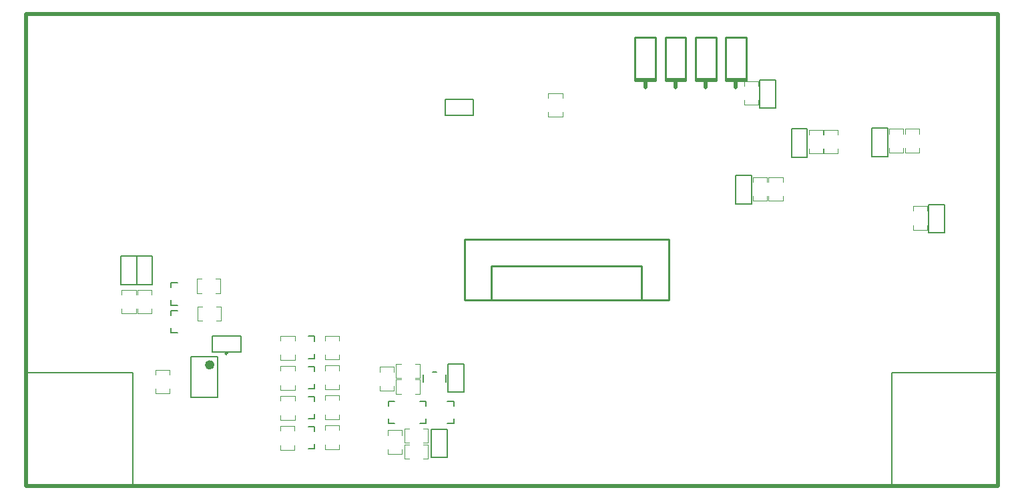
<source format=gbo>
G04*
G04 #@! TF.GenerationSoftware,Altium Limited,CircuitStudio,1.5.2 (1.5.2.30)*
G04*
G04 Layer_Color=13948096*
%FSLAX44Y44*%
%MOMM*%
G71*
G01*
G75*
%ADD10C,0.2540*%
%ADD11C,0.5000*%
%ADD39C,0.2000*%
%ADD40C,0.2500*%
%ADD67C,0.6000*%
%ADD68C,0.1000*%
%ADD69C,0.2032*%
D10*
X1019950Y765290D02*
X1045950D01*
Y767540D01*
X1019950Y765290D02*
Y767540D01*
X1134950Y765290D02*
Y767540D01*
X1160950Y765290D02*
Y767540D01*
X1134950Y765290D02*
X1160950D01*
X1096617D02*
Y767540D01*
X1122617Y765290D02*
Y767540D01*
X1096617Y765290D02*
X1122617D01*
X1058283D02*
Y767540D01*
X1084283Y765290D02*
Y767540D01*
X1058283Y765290D02*
X1084283D01*
D11*
X1032950Y756540D02*
Y764540D01*
X1147950Y756540D02*
Y764540D01*
X1109617Y756540D02*
Y764540D01*
X1071283Y756540D02*
Y764540D01*
X247950Y250000D02*
Y850000D01*
X1480000D01*
Y250000D02*
Y850000D01*
X247950Y250000D02*
X1480000D01*
D39*
X782790Y405382D02*
X803110D01*
X782790Y369314D02*
X803110D01*
X782790D02*
Y405382D01*
X803110Y369314D02*
Y405382D01*
X761290Y322382D02*
X781610D01*
X761290Y286314D02*
X781610D01*
X761290D02*
Y322382D01*
X781610Y286314D02*
Y322382D01*
X1345450Y250040D02*
Y394290D01*
X1479950D01*
X1345450Y250040D02*
X1479950D01*
Y394290D01*
X248450Y250040D02*
Y394290D01*
X382950D01*
X248450Y250040D02*
X382950D01*
Y394290D01*
X1238450Y667540D02*
Y703540D01*
X1218450D02*
X1238450D01*
X1218450Y667540D02*
Y703540D01*
Y667540D02*
X1238450D01*
X1340450Y668540D02*
Y704540D01*
X1320450D02*
X1340450D01*
X1320450Y668540D02*
Y704540D01*
Y668540D02*
X1340450D01*
X778916Y741200D02*
X814984D01*
X778916Y720880D02*
X814984D01*
Y741200D01*
X778916Y720880D02*
Y741200D01*
X1167450Y608540D02*
Y644540D01*
X1147450D02*
X1167450D01*
X1147450Y608540D02*
Y644540D01*
Y608540D02*
X1167450D01*
X1412450Y571540D02*
Y607540D01*
X1392450D02*
X1412450D01*
X1392450Y571540D02*
Y607540D01*
Y571540D02*
X1412450D01*
X1198440Y729970D02*
Y765970D01*
X1178440D02*
X1198440D01*
X1178440Y729970D02*
Y765970D01*
Y729970D02*
X1198440D01*
X367800Y505972D02*
Y542040D01*
X388120Y505972D02*
Y542040D01*
X367800D02*
X388120D01*
X367800Y505972D02*
X388120D01*
X387950Y506040D02*
Y542040D01*
Y506040D02*
X407950D01*
Y542040D01*
X387950D02*
X407950D01*
X490450Y363040D02*
Y414040D01*
X456450Y363040D02*
Y414040D01*
X490450D01*
X456450Y363040D02*
X490450D01*
X483916Y440700D02*
X519984D01*
X483916Y420380D02*
X519984D01*
Y440700D01*
X483916Y420380D02*
Y440700D01*
D40*
X502700Y418540D02*
G03*
X502700Y418540I-1250J0D01*
G01*
X1045950Y767540D02*
Y819540D01*
X1019950D02*
X1045950D01*
X1019950Y767540D02*
Y819540D01*
Y767540D02*
X1045950D01*
Y819540D01*
X1019950D02*
X1045950D01*
X1019950Y767540D02*
Y819540D01*
Y767540D02*
X1045950D01*
X1062950Y486540D02*
Y563290D01*
X803450Y486540D02*
X1062950D01*
X803450D02*
Y563290D01*
X1062950D01*
X1027950Y486790D02*
Y529540D01*
X837950D02*
X1027950D01*
X837950Y486790D02*
Y529540D01*
X1134950Y767540D02*
X1160950D01*
X1134950D02*
Y819540D01*
X1160950D01*
Y767540D02*
Y819540D01*
X1134950Y767540D02*
X1160950D01*
X1134950D02*
Y819540D01*
X1160950D01*
Y767540D02*
Y819540D01*
X1096617Y767540D02*
X1122617D01*
X1096617D02*
Y819540D01*
X1122617D01*
Y767540D02*
Y819540D01*
X1096617Y767540D02*
X1122617D01*
X1096617D02*
Y819540D01*
X1122617D01*
Y767540D02*
Y819540D01*
X1058283Y767540D02*
X1084283D01*
X1058283D02*
Y819540D01*
X1084283D01*
Y767540D02*
Y819540D01*
X1058283Y767540D02*
X1084283D01*
X1058283D02*
Y819540D01*
X1084283D01*
Y767540D02*
Y819540D01*
D67*
X483450Y404040D02*
G03*
X483450Y404040I-3000J0D01*
G01*
D68*
X587950Y296040D02*
Y302040D01*
X569950Y296040D02*
X587950D01*
X569950D02*
Y302040D01*
X587950Y320040D02*
Y326040D01*
X569950D02*
X587950D01*
X569950Y320040D02*
Y326040D01*
X588425Y372373D02*
Y378373D01*
X570425Y372373D02*
X588425D01*
X570425D02*
Y378373D01*
X588425Y396373D02*
Y402373D01*
X570425D02*
X588425D01*
X570425Y396373D02*
Y402373D01*
X644925Y373021D02*
Y379021D01*
X626925Y373021D02*
X644925D01*
X626925D02*
Y379021D01*
X644925Y397021D02*
Y403021D01*
X626925D02*
X644925D01*
X626925Y397021D02*
Y403021D01*
X588425Y334207D02*
Y340207D01*
X570425Y334207D02*
X588425D01*
X570425D02*
Y340207D01*
X588425Y358207D02*
Y364207D01*
X570425D02*
X588425D01*
X570425Y358207D02*
Y364207D01*
X644925Y335001D02*
Y341001D01*
X626925Y335001D02*
X644925D01*
X626925D02*
Y341001D01*
X644925Y359001D02*
Y365001D01*
X626925D02*
X644925D01*
X626925Y359001D02*
Y365001D01*
X644925Y296982D02*
Y302982D01*
X626925Y296982D02*
X644925D01*
X626925D02*
Y302982D01*
X644925Y320982D02*
Y326982D01*
X626925D02*
X644925D01*
X626925Y320982D02*
Y326982D01*
X429950Y367540D02*
Y373540D01*
X411950Y367540D02*
X429950D01*
X411950D02*
Y373540D01*
X429950Y391540D02*
Y397540D01*
X411950D02*
X429950D01*
X411950Y391540D02*
Y397540D01*
X588425Y410540D02*
Y416540D01*
X570425Y410540D02*
X588425D01*
X570425D02*
Y416540D01*
X588425Y434540D02*
Y440540D01*
X570425D02*
X588425D01*
X570425Y434540D02*
Y440540D01*
X644925Y411040D02*
Y417040D01*
X626925Y411040D02*
X644925D01*
X626925D02*
Y417040D01*
X644925Y435040D02*
Y441040D01*
X626925D02*
X644925D01*
X626925Y435040D02*
Y441040D01*
X1240450Y696540D02*
Y702540D01*
X1258450D01*
Y696540D02*
Y702540D01*
X1240450Y672540D02*
Y678540D01*
Y672540D02*
X1258450D01*
Y678540D01*
X1342450Y697540D02*
Y703540D01*
X1360450D01*
Y697540D02*
Y703540D01*
X1342450Y673540D02*
Y679540D01*
Y673540D02*
X1360450D01*
Y679540D01*
X909950Y743040D02*
Y749040D01*
X927950D01*
Y743040D02*
Y749040D01*
X909950Y719040D02*
Y725040D01*
Y719040D02*
X927950D01*
Y725040D01*
X1277450Y672540D02*
Y678540D01*
X1259450Y672540D02*
X1277450D01*
X1259450D02*
Y678540D01*
X1277450Y696540D02*
Y702540D01*
X1259450D02*
X1277450D01*
X1259450Y696540D02*
Y702540D01*
X1169720Y636400D02*
Y642400D01*
X1187720D01*
Y636400D02*
Y642400D01*
X1169720Y612400D02*
Y618400D01*
Y612400D02*
X1187720D01*
Y618400D01*
X1189450Y636540D02*
Y642540D01*
X1207450D01*
Y636540D02*
Y642540D01*
X1189450Y612540D02*
Y618540D01*
Y612540D02*
X1207450D01*
Y618540D01*
X1362450Y697540D02*
Y703540D01*
X1380450D01*
Y697540D02*
Y703540D01*
X1362450Y673540D02*
Y679540D01*
Y673540D02*
X1380450D01*
Y679540D01*
X388950Y493040D02*
Y499040D01*
X406950D01*
Y493040D02*
Y499040D01*
X388950Y469040D02*
Y475040D01*
Y469040D02*
X406950D01*
Y475040D01*
X1372450Y599540D02*
Y605540D01*
X1390450D01*
Y599540D02*
Y605540D01*
X1372450Y575540D02*
Y581540D01*
Y575540D02*
X1390450D01*
Y581540D01*
X463950Y495040D02*
X469950D01*
X463950D02*
Y513040D01*
X469950D01*
X487950Y495040D02*
X493950D01*
Y513040D01*
X487950D02*
X493950D01*
X368950Y493040D02*
Y499040D01*
X386950D01*
Y493040D02*
Y499040D01*
X368950Y469040D02*
Y475040D01*
Y469040D02*
X386950D01*
Y475040D01*
X464950Y460040D02*
X470950D01*
X464950D02*
Y478040D01*
X470950D01*
X488950Y460040D02*
X494950D01*
Y478040D01*
X488950D02*
X494950D01*
X1158450Y758040D02*
Y764040D01*
X1176450D01*
Y758040D02*
Y764040D01*
X1158450Y734040D02*
Y740040D01*
Y734040D02*
X1176450D01*
Y740040D01*
X706450Y314848D02*
Y320848D01*
X724450D01*
Y314848D02*
Y320848D01*
X706450Y290848D02*
Y296848D01*
Y290848D02*
X724450D01*
Y296848D01*
X727450Y284848D02*
X733450D01*
X727450D02*
Y302848D01*
X733450D01*
X751450Y284848D02*
X757450D01*
Y302848D01*
X751450D02*
X757450D01*
X713950Y371348D02*
Y377348D01*
X695950Y371348D02*
X713950D01*
X695950D02*
Y377348D01*
X713950Y395348D02*
Y401348D01*
X695950D02*
X713950D01*
X695950Y395348D02*
Y401348D01*
X716950Y387348D02*
X722950D01*
X716950D02*
Y405348D01*
X722950D01*
X740950Y387348D02*
X746950D01*
Y405348D01*
X740950D02*
X746950D01*
X751450Y322848D02*
X757450D01*
Y304848D02*
Y322848D01*
X751450Y304848D02*
X757450D01*
X727450Y322848D02*
X733450D01*
X727450Y304848D02*
Y322848D01*
Y304848D02*
X733450D01*
X716950Y367348D02*
X722950D01*
X716950D02*
Y385348D01*
X722950D01*
X740950Y367348D02*
X746950D01*
Y385348D01*
X740950D02*
X746950D01*
D69*
X706926Y329700D02*
X715038D01*
X706926D02*
Y335796D01*
Y357924D02*
X715038D01*
X706926Y351924D02*
Y357924D01*
X781862Y357996D02*
X789974D01*
Y351900D02*
Y357996D01*
X781862Y329772D02*
X789974D01*
Y335772D01*
X746862Y357996D02*
X754974D01*
Y351900D02*
Y357996D01*
X746862Y329772D02*
X754974D01*
Y335772D01*
X762765Y394953D02*
X768135D01*
X779674Y382553D02*
Y391143D01*
X751226Y382553D02*
Y391143D01*
X605362Y440234D02*
X613474D01*
Y434138D02*
Y440234D01*
X605362Y412010D02*
X613474D01*
Y418010D01*
X431426Y479892D02*
X439538D01*
X431426D02*
Y485988D01*
Y508116D02*
X439538D01*
X431426Y502116D02*
Y508116D01*
Y444892D02*
X439538D01*
X431426D02*
Y450988D01*
Y473116D02*
X439538D01*
X431426Y467116D02*
Y473116D01*
X613474Y297452D02*
Y303452D01*
X605362Y297452D02*
X613474D01*
Y319580D02*
Y325676D01*
X605362D02*
X613474D01*
Y335638D02*
Y341638D01*
X605362Y335638D02*
X613474D01*
Y357766D02*
Y363862D01*
X605362D02*
X613474D01*
Y373824D02*
Y379824D01*
X605362Y373824D02*
X613474D01*
Y395952D02*
Y402048D01*
X605362D02*
X613474D01*
M02*

</source>
